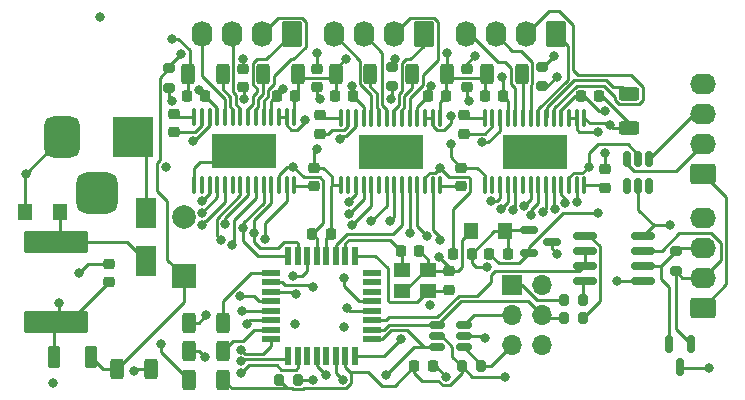
<source format=gbr>
%TF.GenerationSoftware,KiCad,Pcbnew,6.0.11+dfsg-1~bpo11+1*%
%TF.CreationDate,2023-07-10T22:14:43+02:00*%
%TF.ProjectId,motor_board_v3,6d6f746f-725f-4626-9f61-72645f76332e,rev?*%
%TF.SameCoordinates,PX87037a0PY50412a8*%
%TF.FileFunction,Copper,L4,Bot*%
%TF.FilePolarity,Positive*%
%FSLAX46Y46*%
G04 Gerber Fmt 4.6, Leading zero omitted, Abs format (unit mm)*
G04 Created by KiCad (PCBNEW 6.0.11+dfsg-1~bpo11+1) date 2023-07-10 22:14:43*
%MOMM*%
%LPD*%
G01*
G04 APERTURE LIST*
G04 Aperture macros list*
%AMRoundRect*
0 Rectangle with rounded corners*
0 $1 Rounding radius*
0 $2 $3 $4 $5 $6 $7 $8 $9 X,Y pos of 4 corners*
0 Add a 4 corners polygon primitive as box body*
4,1,4,$2,$3,$4,$5,$6,$7,$8,$9,$2,$3,0*
0 Add four circle primitives for the rounded corners*
1,1,$1+$1,$2,$3*
1,1,$1+$1,$4,$5*
1,1,$1+$1,$6,$7*
1,1,$1+$1,$8,$9*
0 Add four rect primitives between the rounded corners*
20,1,$1+$1,$2,$3,$4,$5,0*
20,1,$1+$1,$4,$5,$6,$7,0*
20,1,$1+$1,$6,$7,$8,$9,0*
20,1,$1+$1,$8,$9,$2,$3,0*%
G04 Aperture macros list end*
%TA.AperFunction,ComponentPad*%
%ADD10R,1.700000X1.700000*%
%TD*%
%TA.AperFunction,ComponentPad*%
%ADD11O,1.700000X1.700000*%
%TD*%
%TA.AperFunction,ComponentPad*%
%ADD12RoundRect,0.250000X0.620000X0.845000X-0.620000X0.845000X-0.620000X-0.845000X0.620000X-0.845000X0*%
%TD*%
%TA.AperFunction,ComponentPad*%
%ADD13O,1.740000X2.190000*%
%TD*%
%TA.AperFunction,ComponentPad*%
%ADD14RoundRect,0.250000X0.845000X-0.620000X0.845000X0.620000X-0.845000X0.620000X-0.845000X-0.620000X0*%
%TD*%
%TA.AperFunction,ComponentPad*%
%ADD15O,2.190000X1.740000*%
%TD*%
%TA.AperFunction,ComponentPad*%
%ADD16R,3.500000X3.500000*%
%TD*%
%TA.AperFunction,ComponentPad*%
%ADD17RoundRect,0.750000X-0.750000X-1.000000X0.750000X-1.000000X0.750000X1.000000X-0.750000X1.000000X0*%
%TD*%
%TA.AperFunction,ComponentPad*%
%ADD18RoundRect,0.875000X-0.875000X-0.875000X0.875000X-0.875000X0.875000X0.875000X-0.875000X0.875000X0*%
%TD*%
%TA.AperFunction,ComponentPad*%
%ADD19R,2.000000X2.000000*%
%TD*%
%TA.AperFunction,ComponentPad*%
%ADD20C,2.000000*%
%TD*%
%TA.AperFunction,SMDPad,CuDef*%
%ADD21RoundRect,0.225000X-0.225000X-0.250000X0.225000X-0.250000X0.225000X0.250000X-0.225000X0.250000X0*%
%TD*%
%TA.AperFunction,SMDPad,CuDef*%
%ADD22RoundRect,0.150000X-0.150000X0.587500X-0.150000X-0.587500X0.150000X-0.587500X0.150000X0.587500X0*%
%TD*%
%TA.AperFunction,SMDPad,CuDef*%
%ADD23RoundRect,0.250000X0.312500X0.625000X-0.312500X0.625000X-0.312500X-0.625000X0.312500X-0.625000X0*%
%TD*%
%TA.AperFunction,SMDPad,CuDef*%
%ADD24RoundRect,0.150000X-0.825000X-0.150000X0.825000X-0.150000X0.825000X0.150000X-0.825000X0.150000X0*%
%TD*%
%TA.AperFunction,SMDPad,CuDef*%
%ADD25RoundRect,0.225000X0.250000X-0.225000X0.250000X0.225000X-0.250000X0.225000X-0.250000X-0.225000X0*%
%TD*%
%TA.AperFunction,SMDPad,CuDef*%
%ADD26RoundRect,0.150000X0.512500X0.150000X-0.512500X0.150000X-0.512500X-0.150000X0.512500X-0.150000X0*%
%TD*%
%TA.AperFunction,SMDPad,CuDef*%
%ADD27RoundRect,0.200000X-0.200000X-0.275000X0.200000X-0.275000X0.200000X0.275000X-0.200000X0.275000X0*%
%TD*%
%TA.AperFunction,SMDPad,CuDef*%
%ADD28RoundRect,0.225000X0.225000X0.250000X-0.225000X0.250000X-0.225000X-0.250000X0.225000X-0.250000X0*%
%TD*%
%TA.AperFunction,SMDPad,CuDef*%
%ADD29RoundRect,0.218750X0.218750X0.256250X-0.218750X0.256250X-0.218750X-0.256250X0.218750X-0.256250X0*%
%TD*%
%TA.AperFunction,SMDPad,CuDef*%
%ADD30RoundRect,0.200000X-0.275000X0.200000X-0.275000X-0.200000X0.275000X-0.200000X0.275000X0.200000X0*%
%TD*%
%TA.AperFunction,SMDPad,CuDef*%
%ADD31RoundRect,0.250000X-0.312500X-0.625000X0.312500X-0.625000X0.312500X0.625000X-0.312500X0.625000X0*%
%TD*%
%TA.AperFunction,SMDPad,CuDef*%
%ADD32R,0.550000X1.600000*%
%TD*%
%TA.AperFunction,SMDPad,CuDef*%
%ADD33R,1.600000X0.550000*%
%TD*%
%TA.AperFunction,SMDPad,CuDef*%
%ADD34RoundRect,0.100000X-0.100000X0.637500X-0.100000X-0.637500X0.100000X-0.637500X0.100000X0.637500X0*%
%TD*%
%TA.AperFunction,SMDPad,CuDef*%
%ADD35R,5.400000X2.850000*%
%TD*%
%TA.AperFunction,SMDPad,CuDef*%
%ADD36R,1.800000X2.500000*%
%TD*%
%TA.AperFunction,SMDPad,CuDef*%
%ADD37RoundRect,0.225000X-0.250000X0.225000X-0.250000X-0.225000X0.250000X-0.225000X0.250000X0.225000X0*%
%TD*%
%TA.AperFunction,SMDPad,CuDef*%
%ADD38RoundRect,0.250000X-0.625000X0.312500X-0.625000X-0.312500X0.625000X-0.312500X0.625000X0.312500X0*%
%TD*%
%TA.AperFunction,SMDPad,CuDef*%
%ADD39RoundRect,0.200000X0.275000X-0.200000X0.275000X0.200000X-0.275000X0.200000X-0.275000X-0.200000X0*%
%TD*%
%TA.AperFunction,SMDPad,CuDef*%
%ADD40RoundRect,0.150000X0.150000X-0.512500X0.150000X0.512500X-0.150000X0.512500X-0.150000X-0.512500X0*%
%TD*%
%TA.AperFunction,SMDPad,CuDef*%
%ADD41RoundRect,0.250000X2.475000X-0.712500X2.475000X0.712500X-2.475000X0.712500X-2.475000X-0.712500X0*%
%TD*%
%TA.AperFunction,SMDPad,CuDef*%
%ADD42R,1.400000X1.200000*%
%TD*%
%TA.AperFunction,SMDPad,CuDef*%
%ADD43R,1.300000X1.400000*%
%TD*%
%TA.AperFunction,SMDPad,CuDef*%
%ADD44RoundRect,0.250000X-0.275000X-0.700000X0.275000X-0.700000X0.275000X0.700000X-0.275000X0.700000X0*%
%TD*%
%TA.AperFunction,SMDPad,CuDef*%
%ADD45RoundRect,0.150000X-0.587500X-0.150000X0.587500X-0.150000X0.587500X0.150000X-0.587500X0.150000X0*%
%TD*%
%TA.AperFunction,ViaPad*%
%ADD46C,0.800000*%
%TD*%
%TA.AperFunction,Conductor*%
%ADD47C,0.250000*%
%TD*%
G04 APERTURE END LIST*
D10*
%TO.P,J1,1,MISO*%
%TO.N,/SPI_MISO*%
X32418000Y-19733000D03*
D11*
%TO.P,J1,2,VCC*%
%TO.N,/RAW_5V*%
X34958000Y-19733000D03*
%TO.P,J1,3,SCK*%
%TO.N,/SPI_SCK*%
X32418000Y-22273000D03*
%TO.P,J1,4,MOSI*%
%TO.N,/SPI_MOSI*%
X34958000Y-22273000D03*
%TO.P,J1,5,~{RST}*%
%TO.N,/RST*%
X32418000Y-24813000D03*
%TO.P,J1,6,GND*%
%TO.N,GND*%
X34958000Y-24813000D03*
%TD*%
D12*
%TO.P,J6,1,Pin_1*%
%TO.N,Net-(J6-Pad1)*%
X24925000Y1496000D03*
D13*
%TO.P,J6,2,Pin_2*%
%TO.N,Net-(J6-Pad2)*%
X22385000Y1496000D03*
%TO.P,J6,3,Pin_3*%
%TO.N,Net-(J6-Pad3)*%
X19845000Y1496000D03*
%TO.P,J6,4,Pin_4*%
%TO.N,Net-(J6-Pad4)*%
X17305000Y1496000D03*
%TD*%
D14*
%TO.P,J4,1,Pin_1*%
%TO.N,/RAW_5V*%
X48547000Y-21638000D03*
D15*
%TO.P,J4,2,Pin_2*%
%TO.N,/RS485_B*%
X48547000Y-19098000D03*
%TO.P,J4,3,Pin_3*%
%TO.N,/RS485_A*%
X48547000Y-16558000D03*
%TO.P,J4,4,Pin_4*%
%TO.N,GND*%
X48547000Y-14018000D03*
%TD*%
D14*
%TO.P,J3,1,Pin_1*%
%TO.N,/RAW_5V*%
X48567000Y-10335000D03*
D15*
%TO.P,J3,2,Pin_2*%
%TO.N,/I2C_SDA*%
X48567000Y-7795000D03*
%TO.P,J3,3,Pin_3*%
%TO.N,/I2C_SCL*%
X48567000Y-5255000D03*
%TO.P,J3,4,Pin_4*%
%TO.N,GND*%
X48567000Y-2715000D03*
%TD*%
D12*
%TO.P,J7,1,Pin_1*%
%TO.N,Net-(J7-Pad1)*%
X36101000Y1496000D03*
D13*
%TO.P,J7,2,Pin_2*%
%TO.N,Net-(J7-Pad2)*%
X33561000Y1496000D03*
%TO.P,J7,3,Pin_3*%
%TO.N,Net-(J7-Pad3)*%
X31021000Y1496000D03*
%TO.P,J7,4,Pin_4*%
%TO.N,Net-(J7-Pad4)*%
X28481000Y1496000D03*
%TD*%
D12*
%TO.P,J5,1,Pin_1*%
%TO.N,Net-(J5-Pad1)*%
X13749000Y1496000D03*
D13*
%TO.P,J5,2,Pin_2*%
%TO.N,Net-(J5-Pad2)*%
X11209000Y1496000D03*
%TO.P,J5,3,Pin_3*%
%TO.N,Net-(J5-Pad3)*%
X8669000Y1496000D03*
%TO.P,J5,4,Pin_4*%
%TO.N,Net-(J5-Pad4)*%
X6129000Y1496000D03*
%TD*%
D16*
%TO.P,J2,1,Pin_1*%
%TO.N,Net-(D5-Pad2)*%
X318000Y-7218500D03*
D17*
%TO.P,J2,2,Pin_2*%
%TO.N,GND*%
X-5682000Y-7218500D03*
D18*
%TO.P,J2,3*%
%TO.N,N/C*%
X-2682000Y-11918500D03*
%TD*%
D19*
%TO.P,C30,1*%
%TO.N,+12V*%
X4605000Y-18978155D03*
D20*
%TO.P,C30,2*%
%TO.N,GND*%
X4605000Y-13978155D03*
%TD*%
D21*
%TO.P,C10,1*%
%TO.N,+12V*%
X12531500Y-3731000D03*
%TO.P,C10,2*%
%TO.N,GND*%
X14081500Y-3731000D03*
%TD*%
D22*
%TO.P,D9,1,K*%
%TO.N,/RS485_A*%
X45692000Y-24764500D03*
%TO.P,D9,2,K*%
%TO.N,/RS485_B*%
X47592000Y-24764500D03*
%TO.P,D9,3,A*%
%TO.N,GND*%
X46642000Y-26639500D03*
%TD*%
D23*
%TO.P,R4,1*%
%TO.N,/FAULT_ST*%
X7972500Y-25321000D03*
%TO.P,R4,2*%
%TO.N,Net-(D1-Pad2)*%
X5047500Y-25321000D03*
%TD*%
D24*
%TO.P,U2,1,RO*%
%TO.N,/UART_RXD*%
X38579000Y-19352000D03*
%TO.P,U2,2,~{RE}*%
%TO.N,/RS485_TXE*%
X38579000Y-18082000D03*
%TO.P,U2,3,DE*%
X38579000Y-16812000D03*
%TO.P,U2,4,DI*%
%TO.N,/UART_TXD*%
X38579000Y-15542000D03*
%TO.P,U2,5,GND*%
%TO.N,GND*%
X43529000Y-15542000D03*
%TO.P,U2,6,A*%
%TO.N,/RS485_B*%
X43529000Y-16812000D03*
%TO.P,U2,7,B*%
%TO.N,/RS485_A*%
X43529000Y-18082000D03*
%TO.P,U2,8,VCC*%
%TO.N,+5V*%
X43529000Y-19352000D03*
%TD*%
D23*
%TO.P,R7,1*%
%TO.N,+5V*%
X7972500Y-27734000D03*
%TO.P,R7,2*%
%TO.N,Net-(D3-Pad2)*%
X5047500Y-27734000D03*
%TD*%
D25*
%TO.P,C17,1*%
%TO.N,/XTAL2*%
X27084000Y-20127000D03*
%TO.P,C17,2*%
%TO.N,GND*%
X27084000Y-18577000D03*
%TD*%
D26*
%TO.P,U6,1,IO1*%
%TO.N,/SPI_SCK*%
X28348500Y-23101000D03*
%TO.P,U6,2,VN*%
%TO.N,GND*%
X28348500Y-24051000D03*
%TO.P,U6,3,IO2*%
%TO.N,/RST*%
X28348500Y-25001000D03*
%TO.P,U6,4,IO3*%
%TO.N,/SPI_MISO*%
X26073500Y-25001000D03*
%TO.P,U6,5,VP*%
%TO.N,+5V*%
X26073500Y-24051000D03*
%TO.P,U6,6,IO4*%
%TO.N,/SPI_MOSI*%
X26073500Y-23101000D03*
%TD*%
D27*
%TO.P,R19,1*%
%TO.N,+5V*%
X28164000Y-26591000D03*
%TO.P,R19,2*%
%TO.N,/RST*%
X29814000Y-26591000D03*
%TD*%
D25*
%TO.P,C14,1*%
%TO.N,Net-(C14-Pad1)*%
X15908000Y-2982000D03*
%TO.P,C14,2*%
%TO.N,+12V*%
X15908000Y-1432000D03*
%TD*%
D27*
%TO.P,R3,1*%
%TO.N,/SPI_MISO*%
X36800000Y-21003000D03*
%TO.P,R3,2*%
%TO.N,/UART_RXD*%
X38450000Y-21003000D03*
%TD*%
D28*
%TO.P,C9,1*%
%TO.N,+12V*%
X6461500Y-3731000D03*
%TO.P,C9,2*%
%TO.N,GND*%
X4911500Y-3731000D03*
%TD*%
D29*
%TO.P,FB2,1*%
%TO.N,Net-(C3-Pad1)*%
X29014500Y-17066000D03*
%TO.P,FB2,2*%
%TO.N,+5V*%
X27439500Y-17066000D03*
%TD*%
D30*
%TO.P,R15,1*%
%TO.N,Net-(C20-Pad1)*%
X34958000Y-1255000D03*
%TO.P,R15,2*%
%TO.N,+12V*%
X34958000Y-2905000D03*
%TD*%
D31*
%TO.P,R10,1*%
%TO.N,Net-(R10-Pad1)*%
X11336000Y-1826000D03*
%TO.P,R10,2*%
%TO.N,GND*%
X14261000Y-1826000D03*
%TD*%
D32*
%TO.P,U1,1,PD3*%
%TO.N,/DECAY*%
X13489000Y-17261000D03*
%TO.P,U1,2,PD4*%
%TO.N,/FAULT*%
X14289000Y-17261000D03*
%TO.P,U1,3,PE0*%
%TO.N,/DIR0*%
X15089000Y-17261000D03*
%TO.P,U1,4,VCC*%
%TO.N,+5V*%
X15889000Y-17261000D03*
%TO.P,U1,5,GND*%
%TO.N,GND*%
X16689000Y-17261000D03*
%TO.P,U1,6,PE1*%
%TO.N,/DIR1*%
X17489000Y-17261000D03*
%TO.P,U1,7,XTAL1/PB6*%
%TO.N,/XTAL1*%
X18289000Y-17261000D03*
%TO.P,U1,8,XTAL2/PB7*%
%TO.N,/XTAL2*%
X19089000Y-17261000D03*
D33*
%TO.P,U1,9,PD5*%
%TO.N,unconnected-(U1-Pad9)*%
X20539000Y-18711000D03*
%TO.P,U1,10,PD6*%
%TO.N,unconnected-(U1-Pad10)*%
X20539000Y-19511000D03*
%TO.P,U1,11,PD7*%
%TO.N,unconnected-(U1-Pad11)*%
X20539000Y-20311000D03*
%TO.P,U1,12,PB0*%
%TO.N,/STEP_EN*%
X20539000Y-21111000D03*
%TO.P,U1,13,PB1*%
%TO.N,/STEP0*%
X20539000Y-21911000D03*
%TO.P,U1,14,PB2*%
%TO.N,/RS485_TXE*%
X20539000Y-22711000D03*
%TO.P,U1,15,PB3*%
%TO.N,/SPI_MOSI*%
X20539000Y-23511000D03*
%TO.P,U1,16,PB4*%
%TO.N,/SPI_MISO*%
X20539000Y-24311000D03*
D32*
%TO.P,U1,17,PB5*%
%TO.N,/SPI_SCK*%
X19089000Y-25761000D03*
%TO.P,U1,18,AVCC*%
%TO.N,+5V*%
X18289000Y-25761000D03*
%TO.P,U1,19,PE2*%
%TO.N,/DIR2*%
X17489000Y-25761000D03*
%TO.P,U1,20,AREF*%
%TO.N,unconnected-(U1-Pad20)*%
X16689000Y-25761000D03*
%TO.P,U1,21,GND*%
%TO.N,GND*%
X15889000Y-25761000D03*
%TO.P,U1,22,PE3*%
%TO.N,unconnected-(U1-Pad22)*%
X15089000Y-25761000D03*
%TO.P,U1,23,PC0*%
%TO.N,/MODE0*%
X14289000Y-25761000D03*
%TO.P,U1,24,PC1*%
%TO.N,/MODE1*%
X13489000Y-25761000D03*
D33*
%TO.P,U1,25,PC2*%
%TO.N,/MODE2*%
X12039000Y-24311000D03*
%TO.P,U1,26,PC3*%
%TO.N,/FAULT_ST*%
X12039000Y-23511000D03*
%TO.P,U1,27,PC4*%
%TO.N,/I2C_SDA*%
X12039000Y-22711000D03*
%TO.P,U1,28,PC5*%
%TO.N,/I2C_SCL*%
X12039000Y-21911000D03*
%TO.P,U1,29,~{RESET}/PC6*%
%TO.N,/RST*%
X12039000Y-21111000D03*
%TO.P,U1,30,PD0*%
%TO.N,/STEP1*%
X12039000Y-20311000D03*
%TO.P,U1,31,PD1*%
%TO.N,/STEP2*%
X12039000Y-19511000D03*
%TO.P,U1,32,PD2*%
%TO.N,/STATUS*%
X12039000Y-18711000D03*
%TD*%
D23*
%TO.P,R14,1*%
%TO.N,Net-(R14-Pad1)*%
X20418500Y-1826000D03*
%TO.P,R14,2*%
%TO.N,GND*%
X17493500Y-1826000D03*
%TD*%
D34*
%TO.P,U3,1,CP1*%
%TO.N,Net-(C7-Pad1)*%
X5525500Y-5509000D03*
%TO.P,U3,2,CP2*%
%TO.N,Net-(C7-Pad2)*%
X6175500Y-5509000D03*
%TO.P,U3,3,VCP*%
%TO.N,Net-(C8-Pad1)*%
X6825500Y-5509000D03*
%TO.P,U3,4,VMA*%
%TO.N,+12V*%
X7475500Y-5509000D03*
%TO.P,U3,5,AOUT1*%
%TO.N,Net-(J5-Pad4)*%
X8125500Y-5509000D03*
%TO.P,U3,6,ISENA*%
%TO.N,Net-(R11-Pad1)*%
X8775500Y-5509000D03*
%TO.P,U3,7,AOUT2*%
%TO.N,Net-(J5-Pad3)*%
X9425500Y-5509000D03*
%TO.P,U3,8,BOUT2*%
%TO.N,Net-(J5-Pad1)*%
X10075500Y-5509000D03*
%TO.P,U3,9,ISENB*%
%TO.N,Net-(R10-Pad1)*%
X10725500Y-5509000D03*
%TO.P,U3,10,BOUT1*%
%TO.N,Net-(J5-Pad2)*%
X11375500Y-5509000D03*
%TO.P,U3,11,VMB*%
%TO.N,+12V*%
X12025500Y-5509000D03*
%TO.P,U3,12,AVREF*%
%TO.N,/Stepper module/VREF*%
X12675500Y-5509000D03*
%TO.P,U3,13,BVREF*%
X13325500Y-5509000D03*
%TO.P,U3,14,GND*%
%TO.N,GND*%
X13975500Y-5509000D03*
%TO.P,U3,15,V3P3OUT*%
%TO.N,Net-(C18-Pad1)*%
X13975500Y-11234000D03*
%TO.P,U3,16,nRESET*%
%TO.N,/RST*%
X13325500Y-11234000D03*
%TO.P,U3,17,nSLEEP*%
%TO.N,+5V*%
X12675500Y-11234000D03*
%TO.P,U3,18,nFAULT*%
%TO.N,/FAULT*%
X12025500Y-11234000D03*
%TO.P,U3,19,DECAY*%
%TO.N,/DECAY*%
X11375500Y-11234000D03*
%TO.P,U3,20,DIR*%
%TO.N,/DIR0*%
X10725500Y-11234000D03*
%TO.P,U3,21,nENBL*%
%TO.N,/STEP_EN*%
X10075500Y-11234000D03*
%TO.P,U3,22,STEP*%
%TO.N,/STEP0*%
X9425500Y-11234000D03*
%TO.P,U3,23,NC*%
%TO.N,unconnected-(U3-Pad23)*%
X8775500Y-11234000D03*
%TO.P,U3,24,MODE0*%
%TO.N,/MODE0*%
X8125500Y-11234000D03*
%TO.P,U3,25,MODE1*%
%TO.N,/MODE1*%
X7475500Y-11234000D03*
%TO.P,U3,26,MODE2*%
%TO.N,/MODE2*%
X6825500Y-11234000D03*
%TO.P,U3,27,nHOME*%
%TO.N,unconnected-(U3-Pad27)*%
X6175500Y-11234000D03*
%TO.P,U3,28,GND*%
%TO.N,GND*%
X5525500Y-11234000D03*
D35*
%TO.P,U3,29,PAD*%
X9750500Y-8371500D03*
%TD*%
D36*
%TO.P,D5,1,K*%
%TO.N,Net-(D5-Pad1)*%
X1430000Y-17669000D03*
%TO.P,D5,2,A*%
%TO.N,Net-(D5-Pad2)*%
X1430000Y-13669000D03*
%TD*%
D21*
%TO.P,C22,1*%
%TO.N,+12V*%
X38247000Y-3731000D03*
%TO.P,C22,2*%
%TO.N,GND*%
X39797000Y-3731000D03*
%TD*%
D28*
%TO.P,C15,1*%
%TO.N,+12V*%
X18969000Y-3731000D03*
%TO.P,C15,2*%
%TO.N,GND*%
X17419000Y-3731000D03*
%TD*%
D37*
%TO.P,C7,1*%
%TO.N,Net-(C7-Pad1)*%
X3781500Y-5242000D03*
%TO.P,C7,2*%
%TO.N,Net-(C7-Pad2)*%
X3781500Y-6792000D03*
%TD*%
D25*
%TO.P,C18,1*%
%TO.N,Net-(C18-Pad1)*%
X15654000Y-11364000D03*
%TO.P,C18,2*%
%TO.N,GND*%
X15654000Y-9814000D03*
%TD*%
D38*
%TO.P,R16,1*%
%TO.N,Net-(R16-Pad1)*%
X42324000Y-3538500D03*
%TO.P,R16,2*%
%TO.N,GND*%
X42324000Y-6463500D03*
%TD*%
D25*
%TO.P,C24,1*%
%TO.N,Net-(C24-Pad1)*%
X28100000Y-11364000D03*
%TO.P,C24,2*%
%TO.N,GND*%
X28100000Y-9814000D03*
%TD*%
D21*
%TO.P,C11,1*%
%TO.N,/XTAL1*%
X23007000Y-16812000D03*
%TO.P,C11,2*%
%TO.N,GND*%
X24557000Y-16812000D03*
%TD*%
D28*
%TO.P,C21,1*%
%TO.N,+12V*%
X31669000Y-3731000D03*
%TO.P,C21,2*%
%TO.N,GND*%
X30119000Y-3731000D03*
%TD*%
D34*
%TO.P,U5,1,CP1*%
%TO.N,Net-(C19-Pad1)*%
X30098000Y-5567500D03*
%TO.P,U5,2,CP2*%
%TO.N,Net-(C19-Pad2)*%
X30748000Y-5567500D03*
%TO.P,U5,3,VCP*%
%TO.N,Net-(C20-Pad1)*%
X31398000Y-5567500D03*
%TO.P,U5,4,VMA*%
%TO.N,+12V*%
X32048000Y-5567500D03*
%TO.P,U5,5,AOUT1*%
%TO.N,Net-(J7-Pad4)*%
X32698000Y-5567500D03*
%TO.P,U5,6,ISENA*%
%TO.N,Net-(R17-Pad1)*%
X33348000Y-5567500D03*
%TO.P,U5,7,AOUT2*%
%TO.N,Net-(J7-Pad3)*%
X33998000Y-5567500D03*
%TO.P,U5,8,BOUT2*%
%TO.N,Net-(J7-Pad1)*%
X34648000Y-5567500D03*
%TO.P,U5,9,ISENB*%
%TO.N,Net-(R16-Pad1)*%
X35298000Y-5567500D03*
%TO.P,U5,10,BOUT1*%
%TO.N,Net-(J7-Pad2)*%
X35948000Y-5567500D03*
%TO.P,U5,11,VMB*%
%TO.N,+12V*%
X36598000Y-5567500D03*
%TO.P,U5,12,AVREF*%
%TO.N,/Stepper module/VREF*%
X37248000Y-5567500D03*
%TO.P,U5,13,BVREF*%
X37898000Y-5567500D03*
%TO.P,U5,14,GND*%
%TO.N,GND*%
X38548000Y-5567500D03*
%TO.P,U5,15,V3P3OUT*%
%TO.N,Net-(C12-Pad1)*%
X38548000Y-11292500D03*
%TO.P,U5,16,nRESET*%
%TO.N,/RST*%
X37898000Y-11292500D03*
%TO.P,U5,17,nSLEEP*%
%TO.N,+5V*%
X37248000Y-11292500D03*
%TO.P,U5,18,nFAULT*%
%TO.N,/FAULT*%
X36598000Y-11292500D03*
%TO.P,U5,19,DECAY*%
%TO.N,/DECAY*%
X35948000Y-11292500D03*
%TO.P,U5,20,DIR*%
%TO.N,/DIR2*%
X35298000Y-11292500D03*
%TO.P,U5,21,nENBL*%
%TO.N,/STEP_EN*%
X34648000Y-11292500D03*
%TO.P,U5,22,STEP*%
%TO.N,/STEP2*%
X33998000Y-11292500D03*
%TO.P,U5,23,NC*%
%TO.N,unconnected-(U5-Pad23)*%
X33348000Y-11292500D03*
%TO.P,U5,24,MODE0*%
%TO.N,/MODE0*%
X32698000Y-11292500D03*
%TO.P,U5,25,MODE1*%
%TO.N,/MODE1*%
X32048000Y-11292500D03*
%TO.P,U5,26,MODE2*%
%TO.N,/MODE2*%
X31398000Y-11292500D03*
%TO.P,U5,27,nHOME*%
%TO.N,unconnected-(U5-Pad27)*%
X30748000Y-11292500D03*
%TO.P,U5,28,GND*%
%TO.N,GND*%
X30098000Y-11292500D03*
D35*
%TO.P,U5,29,PAD*%
X34323000Y-8430000D03*
%TD*%
D21*
%TO.P,C2,1*%
%TO.N,+5V*%
X24150000Y-26591000D03*
%TO.P,C2,2*%
%TO.N,GND*%
X25700000Y-26591000D03*
%TD*%
D39*
%TO.P,R9,1*%
%TO.N,Net-(C8-Pad1)*%
X3400500Y-3032000D03*
%TO.P,R9,2*%
%TO.N,+12V*%
X3400500Y-1382000D03*
%TD*%
D21*
%TO.P,C16,1*%
%TO.N,+12V*%
X25293000Y-3731000D03*
%TO.P,C16,2*%
%TO.N,GND*%
X26843000Y-3731000D03*
%TD*%
D25*
%TO.P,C20,1*%
%TO.N,Net-(C20-Pad1)*%
X28608000Y-2982000D03*
%TO.P,C20,2*%
%TO.N,+12V*%
X28608000Y-1432000D03*
%TD*%
D27*
%TO.P,R2,1*%
%TO.N,/SPI_MOSI*%
X36800000Y-22527000D03*
%TO.P,R2,2*%
%TO.N,/UART_TXD*%
X38450000Y-22527000D03*
%TD*%
D40*
%TO.P,U8,1,IO1*%
%TO.N,unconnected-(U8-Pad1)*%
X44036000Y-11345500D03*
%TO.P,U8,2,VN*%
%TO.N,GND*%
X43086000Y-11345500D03*
%TO.P,U8,3,IO2*%
%TO.N,unconnected-(U8-Pad3)*%
X42136000Y-11345500D03*
%TO.P,U8,4,IO3*%
%TO.N,/I2C_SDA*%
X42136000Y-9070500D03*
%TO.P,U8,5,VP*%
%TO.N,+5V*%
X43086000Y-9070500D03*
%TO.P,U8,6,IO4*%
%TO.N,/I2C_SCL*%
X44036000Y-9070500D03*
%TD*%
D41*
%TO.P,F1,1*%
%TO.N,Net-(C5-Pad1)*%
X-6190000Y-22866500D03*
%TO.P,F1,2*%
%TO.N,Net-(D5-Pad1)*%
X-6190000Y-16091500D03*
%TD*%
D30*
%TO.P,R5,1*%
%TO.N,/RS485_A*%
X46261000Y-16876000D03*
%TO.P,R5,2*%
%TO.N,/RS485_B*%
X46261000Y-18526000D03*
%TD*%
D23*
%TO.P,R6,1*%
%TO.N,/STATUS*%
X7972500Y-22908000D03*
%TO.P,R6,2*%
%TO.N,Net-(D2-Pad2)*%
X5047500Y-22908000D03*
%TD*%
D42*
%TO.P,Y1,1,1*%
%TO.N,/XTAL1*%
X23063000Y-18502000D03*
%TO.P,Y1,2,2*%
%TO.N,GND*%
X25263000Y-18502000D03*
%TO.P,Y1,3,3*%
%TO.N,/XTAL2*%
X25263000Y-20202000D03*
%TO.P,Y1,4,4*%
%TO.N,GND*%
X23063000Y-20202000D03*
%TD*%
D43*
%TO.P,D7,1,A1*%
%TO.N,Net-(C3-Pad1)*%
X31836000Y-15161000D03*
%TO.P,D7,2,A2*%
%TO.N,GND*%
X28936000Y-15161000D03*
%TD*%
D31*
%TO.P,R13,1*%
%TO.N,Net-(R13-Pad1)*%
X23970500Y-1826000D03*
%TO.P,R13,2*%
%TO.N,GND*%
X26895500Y-1826000D03*
%TD*%
D25*
%TO.P,C12,1*%
%TO.N,Net-(C12-Pad1)*%
X40292000Y-11491000D03*
%TO.P,C12,2*%
%TO.N,GND*%
X40292000Y-9941000D03*
%TD*%
D21*
%TO.P,C1,1*%
%TO.N,+5V*%
X15514000Y-15415000D03*
%TO.P,C1,2*%
%TO.N,GND*%
X17064000Y-15415000D03*
%TD*%
D27*
%TO.P,R18,1*%
%TO.N,+5V*%
X12670000Y-27734000D03*
%TO.P,R18,2*%
%TO.N,Net-(R18-Pad2)*%
X14320000Y-27734000D03*
%TD*%
D44*
%TO.P,FB1,1*%
%TO.N,Net-(C5-Pad1)*%
X-6368000Y-25829000D03*
%TO.P,FB1,2*%
%TO.N,+12V*%
X-3218000Y-25829000D03*
%TD*%
D37*
%TO.P,C8,1*%
%TO.N,Net-(C8-Pad1)*%
X9623500Y-1432000D03*
%TO.P,C8,2*%
%TO.N,+12V*%
X9623500Y-2982000D03*
%TD*%
D30*
%TO.P,R12,1*%
%TO.N,Net-(C14-Pad1)*%
X22258000Y-1255000D03*
%TO.P,R12,2*%
%TO.N,+12V*%
X22258000Y-2905000D03*
%TD*%
D45*
%TO.P,Q1,1,G*%
%TO.N,GND*%
X33893500Y-17000000D03*
%TO.P,Q1,2,S*%
%TO.N,Net-(C3-Pad1)*%
X33893500Y-15100000D03*
%TO.P,Q1,3,D*%
%TO.N,/RAW_5V*%
X35768500Y-16050000D03*
%TD*%
D37*
%TO.P,C19,1*%
%TO.N,Net-(C19-Pad1)*%
X28354000Y-5369000D03*
%TO.P,C19,2*%
%TO.N,Net-(C19-Pad2)*%
X28354000Y-6919000D03*
%TD*%
D23*
%TO.P,R17,1*%
%TO.N,Net-(R17-Pad1)*%
X33245500Y-1826000D03*
%TO.P,R17,2*%
%TO.N,GND*%
X30320500Y-1826000D03*
%TD*%
D37*
%TO.P,C13,1*%
%TO.N,Net-(C13-Pad1)*%
X16162000Y-5369000D03*
%TO.P,C13,2*%
%TO.N,Net-(C13-Pad2)*%
X16162000Y-6919000D03*
%TD*%
D31*
%TO.P,R1,1*%
%TO.N,+12V*%
X-1048500Y-26845000D03*
%TO.P,R1,2*%
%TO.N,Net-(D8-Pad2)*%
X1876500Y-26845000D03*
%TD*%
D28*
%TO.P,C4,1*%
%TO.N,Net-(C3-Pad1)*%
X32050000Y-17066000D03*
%TO.P,C4,2*%
%TO.N,GND*%
X30500000Y-17066000D03*
%TD*%
D23*
%TO.P,R11,1*%
%TO.N,Net-(R11-Pad1)*%
X7911000Y-1826000D03*
%TO.P,R11,2*%
%TO.N,GND*%
X4986000Y-1826000D03*
%TD*%
D25*
%TO.P,C6,1*%
%TO.N,Net-(C5-Pad1)*%
X-1745000Y-19492000D03*
%TO.P,C6,2*%
%TO.N,GND*%
X-1745000Y-17942000D03*
%TD*%
D34*
%TO.P,U4,1,CP1*%
%TO.N,Net-(C13-Pad1)*%
X17906000Y-5567500D03*
%TO.P,U4,2,CP2*%
%TO.N,Net-(C13-Pad2)*%
X18556000Y-5567500D03*
%TO.P,U4,3,VCP*%
%TO.N,Net-(C14-Pad1)*%
X19206000Y-5567500D03*
%TO.P,U4,4,VMA*%
%TO.N,+12V*%
X19856000Y-5567500D03*
%TO.P,U4,5,AOUT1*%
%TO.N,Net-(J6-Pad4)*%
X20506000Y-5567500D03*
%TO.P,U4,6,ISENA*%
%TO.N,Net-(R14-Pad1)*%
X21156000Y-5567500D03*
%TO.P,U4,7,AOUT2*%
%TO.N,Net-(J6-Pad3)*%
X21806000Y-5567500D03*
%TO.P,U4,8,BOUT2*%
%TO.N,Net-(J6-Pad1)*%
X22456000Y-5567500D03*
%TO.P,U4,9,ISENB*%
%TO.N,Net-(R13-Pad1)*%
X23106000Y-5567500D03*
%TO.P,U4,10,BOUT1*%
%TO.N,Net-(J6-Pad2)*%
X23756000Y-5567500D03*
%TO.P,U4,11,VMB*%
%TO.N,+12V*%
X24406000Y-5567500D03*
%TO.P,U4,12,AVREF*%
%TO.N,/Stepper module/VREF*%
X25056000Y-5567500D03*
%TO.P,U4,13,BVREF*%
X25706000Y-5567500D03*
%TO.P,U4,14,GND*%
%TO.N,GND*%
X26356000Y-5567500D03*
%TO.P,U4,15,V3P3OUT*%
%TO.N,Net-(C24-Pad1)*%
X26356000Y-11292500D03*
%TO.P,U4,16,nRESET*%
%TO.N,/RST*%
X25706000Y-11292500D03*
%TO.P,U4,17,nSLEEP*%
%TO.N,+5V*%
X25056000Y-11292500D03*
%TO.P,U4,18,nFAULT*%
%TO.N,/FAULT*%
X24406000Y-11292500D03*
%TO.P,U4,19,DECAY*%
%TO.N,/DECAY*%
X23756000Y-11292500D03*
%TO.P,U4,20,DIR*%
%TO.N,/DIR1*%
X23106000Y-11292500D03*
%TO.P,U4,21,nENBL*%
%TO.N,/STEP_EN*%
X22456000Y-11292500D03*
%TO.P,U4,22,STEP*%
%TO.N,/STEP1*%
X21806000Y-11292500D03*
%TO.P,U4,23,NC*%
%TO.N,unconnected-(U4-Pad23)*%
X21156000Y-11292500D03*
%TO.P,U4,24,MODE0*%
%TO.N,/MODE0*%
X20506000Y-11292500D03*
%TO.P,U4,25,MODE1*%
%TO.N,/MODE1*%
X19856000Y-11292500D03*
%TO.P,U4,26,MODE2*%
%TO.N,/MODE2*%
X19206000Y-11292500D03*
%TO.P,U4,27,nHOME*%
%TO.N,unconnected-(U4-Pad27)*%
X18556000Y-11292500D03*
%TO.P,U4,28,GND*%
%TO.N,GND*%
X17906000Y-11292500D03*
D35*
%TO.P,U4,29,PAD*%
X22131000Y-8430000D03*
%TD*%
D43*
%TO.P,D6,1,A1*%
%TO.N,Net-(D5-Pad1)*%
X-5883000Y-13510000D03*
%TO.P,D6,2,A2*%
%TO.N,GND*%
X-8783000Y-13510000D03*
%TD*%
D46*
%TO.N,GND*%
X21623000Y-8557000D03*
X8415000Y-7541000D03*
X49055000Y-26718000D03*
X36482000Y-9319000D03*
X35593000Y-7541000D03*
X21623000Y-7668000D03*
X21623000Y-9446000D03*
X11971000Y-7541000D03*
X32926000Y-8430000D03*
X32926000Y-7541000D03*
X-2507000Y3000000D03*
X30132000Y-24178000D03*
X11971000Y-9319000D03*
X8415000Y-8430000D03*
X34704000Y-7541000D03*
X22512000Y-9446000D03*
X26893500Y-111500D03*
X7526000Y-9319000D03*
X-4285000Y-18717000D03*
X10193000Y-7541000D03*
X32926000Y-9319000D03*
X11082000Y-7541000D03*
X11971000Y-8430000D03*
X20734000Y-8557000D03*
X8415000Y-9319000D03*
X27211000Y-7795000D03*
X40292000Y-8557000D03*
X24290000Y-8557000D03*
X3589000Y1095000D03*
X9304000Y-8430000D03*
X11082000Y-8430000D03*
X36482000Y-7541000D03*
X26195000Y-17320000D03*
X33815000Y-8430000D03*
X35593000Y-8430000D03*
X11082000Y-9319000D03*
X45773500Y-14673500D03*
X35593000Y-9319000D03*
X22512000Y-7668000D03*
X22512000Y-8557000D03*
X7526000Y-7541000D03*
X19845000Y-8557000D03*
X36482000Y-8430000D03*
X15908000Y-8176000D03*
X34704000Y-8430000D03*
X25496500Y-21447500D03*
X-6444000Y-27988000D03*
X9304000Y-7541000D03*
X20734000Y-9446000D03*
X9304000Y-9319000D03*
X7526000Y-8430000D03*
X34704000Y-9319000D03*
X20734000Y-7668000D03*
X10193000Y-8430000D03*
X33815000Y-7541000D03*
X19845000Y-7668000D03*
X32037000Y-9319000D03*
X33815000Y-9319000D03*
X23401000Y-7668000D03*
X19845000Y-9446000D03*
X39657000Y-13637000D03*
X16670000Y-27353000D03*
X40736500Y-6207500D03*
X18321000Y-556000D03*
X24290000Y-7668000D03*
X24290000Y-9446000D03*
X23401000Y-8557000D03*
X32037000Y-8430000D03*
X10193000Y-9319000D03*
X26830000Y-27480000D03*
X32037000Y-7541000D03*
X23401000Y-9446000D03*
X-8764250Y-10300750D03*
%TO.N,+5V*%
X38895000Y-9700000D03*
X31783000Y-27480000D03*
X26322000Y-9827000D03*
X41308000Y-19352000D03*
X13876000Y-9700000D03*
%TO.N,+12V*%
X18836118Y-2894209D03*
X40292000Y-5001000D03*
X13052500Y-3096000D03*
X31529000Y-2080000D03*
X29243000Y-302000D03*
X9751000Y-3985000D03*
X25580900Y-2843392D03*
X4416500Y-175000D03*
X15908000Y-48000D03*
X22131000Y-3985000D03*
X5906950Y-3187387D03*
X36228000Y-2080000D03*
%TO.N,Net-(C8-Pad1)*%
X9623500Y-574000D03*
X5367000Y-7516500D03*
X3654500Y-4112000D03*
%TO.N,Net-(C14-Pad1)*%
X17813000Y-7354500D03*
X16162000Y-3985000D03*
X22470073Y-576535D03*
%TO.N,Net-(C20-Pad1)*%
X35974000Y-302000D03*
X28735000Y-4112000D03*
X29878000Y-7643500D03*
%TO.N,Net-(D1-Pad2)*%
X6383000Y-25829000D03*
%TO.N,Net-(D2-Pad2)*%
X6510000Y-22273000D03*
%TO.N,Net-(D3-Pad2)*%
X2700000Y-24686000D03*
%TO.N,/SPI_MISO*%
X21750000Y-27353000D03*
%TO.N,Net-(C3-Pad1)*%
X30259000Y-18209000D03*
%TO.N,Net-(C5-Pad1)*%
X-5936000Y-21257000D03*
%TO.N,/RST*%
X11463000Y-15860299D03*
X9357000Y-20696000D03*
X37881848Y-12734146D03*
X26322000Y-15923000D03*
%TO.N,/I2C_SDA*%
X9939000Y-23035000D03*
%TO.N,/I2C_SCL*%
X9543201Y-21906799D03*
%TO.N,Net-(R18-Pad2)*%
X15527000Y-27734000D03*
X18194000Y-23289000D03*
%TO.N,/Stepper module/VREF*%
X14003000Y-23035000D03*
X3081000Y-9700000D03*
X14892000Y-5763000D03*
X39657000Y-6741500D03*
X27211000Y-5382000D03*
%TO.N,/MODE0*%
X32462524Y-13411500D03*
X9431000Y-27193006D03*
X18838473Y-14687665D03*
X6181568Y-14619240D03*
%TO.N,/MODE1*%
X18575000Y-13723514D03*
X9431000Y-26193503D03*
X31472695Y-13272780D03*
X6163863Y-13619894D03*
%TO.N,Net-(D8-Pad2)*%
X414000Y-26972000D03*
%TO.N,/DECAY*%
X9655313Y-14894277D03*
X36022500Y-13295102D03*
X23819779Y-15309722D03*
%TO.N,/STEP0*%
X7750313Y-15910277D03*
X18448000Y-21638000D03*
%TO.N,/FAULT*%
X36883796Y-12787979D03*
X10574000Y-15288000D03*
X25179000Y-15542000D03*
%TO.N,/MODE2*%
X30635197Y-12629383D03*
X9431000Y-25194000D03*
X18575000Y-12724011D03*
X6129000Y-12621000D03*
%TO.N,/DIR0*%
X8669000Y-16304000D03*
X13876000Y-18971000D03*
%TO.N,/DIR2*%
X18067000Y-27734000D03*
X35021500Y-13573500D03*
%TO.N,/STEP_EN*%
X8123500Y-14526000D03*
X34046192Y-13792080D03*
X22067500Y-14348511D03*
X18194000Y-19098000D03*
%TO.N,/STEP1*%
X20480000Y-14348511D03*
X14130000Y-20495000D03*
%TO.N,/STEP2*%
X15531299Y-19864299D03*
X33434000Y-13002000D03*
%TO.N,/RAW_5V*%
X36228000Y-17066000D03*
%TO.N,/SPI_SCK*%
X23020000Y-24305000D03*
%TD*%
D47*
%TO.N,/XTAL1*%
X22118000Y-15923000D02*
X23007000Y-16812000D01*
X18289000Y-17261000D02*
X18289000Y-16211000D01*
X18289000Y-16211000D02*
X18577000Y-15923000D01*
X18577000Y-15923000D02*
X22118000Y-15923000D01*
X23063000Y-18502000D02*
X23063000Y-16868000D01*
%TO.N,GND*%
X31300000Y-17866000D02*
X30500000Y-17066000D01*
X33893500Y-17000000D02*
X33027500Y-17866000D01*
X30119000Y-3731000D02*
X30119000Y-2027500D01*
X26895500Y-113500D02*
X26893500Y-111500D01*
X27211000Y-8925000D02*
X28100000Y-9814000D01*
X17132500Y-11292500D02*
X17132500Y-10543500D01*
X17112500Y-2207000D02*
X14642000Y-2207000D01*
X-8764250Y-10300750D02*
X-5682000Y-7218500D01*
X43086000Y-13362000D02*
X44397500Y-14673500D01*
X25013000Y-18502000D02*
X23313000Y-20202000D01*
X-8783000Y-10319500D02*
X-8764250Y-10300750D01*
X29484000Y-9814000D02*
X28100000Y-9814000D01*
X13975500Y-5509000D02*
X13975500Y-3837000D01*
X28936000Y-15161000D02*
X28202000Y-15895000D01*
X17493500Y-1826000D02*
X17493500Y-3656500D01*
X17906000Y-11292500D02*
X17132500Y-11292500D01*
X15654000Y-9814000D02*
X15654000Y-8430000D01*
X-1745000Y-17942000D02*
X-3510000Y-17942000D01*
X28202000Y-15895000D02*
X28202000Y-18234000D01*
X26895500Y-1826000D02*
X26895500Y-113500D01*
X25941000Y-26591000D02*
X26830000Y-27480000D01*
X26843000Y-3731000D02*
X26843000Y-1878500D01*
X5141500Y125305D02*
X4171805Y1095000D01*
X38997500Y-6017000D02*
X40546000Y-6017000D01*
X15654000Y-8430000D02*
X15908000Y-8176000D01*
X25263000Y-18502000D02*
X25263000Y-17518000D01*
X4986000Y-1826000D02*
X4986000Y-3656500D01*
X17493500Y-1383500D02*
X18321000Y-556000D01*
X33027500Y-17866000D02*
X31300000Y-17866000D01*
X17064000Y-15415000D02*
X17064000Y-11361000D01*
X14261000Y-1826000D02*
X14261000Y-3551500D01*
X16689000Y-15790000D02*
X17064000Y-15415000D01*
X-8783000Y-13510000D02*
X-8783000Y-10319500D01*
X44397500Y-14673500D02*
X43529000Y-15542000D01*
X30098000Y-10428000D02*
X29484000Y-9814000D01*
X27211000Y-7795000D02*
X27211000Y-8925000D01*
X7526000Y-9319000D02*
X6002000Y-9319000D01*
X4171805Y1095000D02*
X3589000Y1095000D01*
X42324000Y-6463500D02*
X42324000Y-6007695D01*
X27084000Y-18577000D02*
X27084000Y-18209000D01*
X28348500Y-24051000D02*
X30005000Y-24051000D01*
X30005000Y-24051000D02*
X30132000Y-24178000D01*
X30098000Y-11292500D02*
X30098000Y-10428000D01*
X16689000Y-17261000D02*
X16689000Y-15790000D01*
X5141500Y-1670500D02*
X5141500Y125305D01*
X40736500Y-6207500D02*
X40546000Y-6017000D01*
X27084000Y-18209000D02*
X26195000Y-17320000D01*
X29939500Y-2207000D02*
X27276500Y-2207000D01*
X27859000Y-18577000D02*
X27084000Y-18577000D01*
X45773500Y-14673500D02*
X44397500Y-14673500D01*
X6002000Y-9319000D02*
X5525500Y-9795500D01*
X28202000Y-18234000D02*
X27859000Y-18577000D01*
X40992500Y-6463500D02*
X40736500Y-6207500D01*
X26356000Y-4218000D02*
X26843000Y-3731000D01*
X-3510000Y-17942000D02*
X-4285000Y-18717000D01*
X43086000Y-11345500D02*
X43086000Y-13362000D01*
X27084000Y-18577000D02*
X25338000Y-18577000D01*
X46720500Y-26718000D02*
X49055000Y-26718000D01*
X5525500Y-9795500D02*
X5525500Y-11234000D01*
X42324000Y-6463500D02*
X40992500Y-6463500D01*
X38548000Y-5567500D02*
X38997500Y-6017000D01*
X25263000Y-17518000D02*
X24557000Y-16812000D01*
X33893500Y-16515749D02*
X36772249Y-13637000D01*
X36772249Y-13637000D02*
X39657000Y-13637000D01*
X40292000Y-9941000D02*
X40292000Y-8557000D01*
X42324000Y-6007695D02*
X40047305Y-3731000D01*
X17064000Y-11361000D02*
X17132500Y-11292500D01*
X33893500Y-17000000D02*
X33893500Y-16515749D01*
X17132500Y-10543500D02*
X16403000Y-9814000D01*
X16670000Y-27353000D02*
X15889000Y-26572000D01*
X15889000Y-26572000D02*
X15889000Y-25761000D01*
X26356000Y-5567500D02*
X26356000Y-4218000D01*
X16403000Y-9814000D02*
X15654000Y-9814000D01*
%TO.N,/XTAL2*%
X20814000Y-17261000D02*
X21877000Y-18324000D01*
X21877000Y-18324000D02*
X21877000Y-20966000D01*
X22041000Y-21130000D02*
X24335000Y-21130000D01*
X21877000Y-20966000D02*
X22041000Y-21130000D01*
X24335000Y-21130000D02*
X25263000Y-20202000D01*
X19089000Y-17261000D02*
X20814000Y-17261000D01*
X25263000Y-20202000D02*
X27009000Y-20202000D01*
%TO.N,+5V*%
X28900000Y-11816817D02*
X28900000Y-10753999D01*
X37248000Y-10603959D02*
X37248000Y-11292500D01*
X18792000Y-28034305D02*
X18792000Y-27189000D01*
X18702000Y-27099000D02*
X18489000Y-26886000D01*
X29053000Y-27480000D02*
X31783000Y-27480000D01*
X28164000Y-26591000D02*
X29053000Y-27480000D01*
X8697500Y-28459000D02*
X13827538Y-28459000D01*
X27361000Y-24954249D02*
X27361000Y-25788000D01*
X16454000Y-14475000D02*
X16454000Y-10911183D01*
X25919000Y-10230000D02*
X26322000Y-9827000D01*
X13395000Y-28459000D02*
X12670000Y-27734000D01*
X25056000Y-10603959D02*
X25429959Y-10230000D01*
X15889000Y-17261000D02*
X15889000Y-15790000D01*
X37621959Y-10230000D02*
X37248000Y-10603959D01*
X12675500Y-10392500D02*
X13368000Y-9700000D01*
X39657000Y-7795000D02*
X42194751Y-7795000D01*
X26185695Y-27861000D02*
X24798000Y-27861000D01*
X20226000Y-27099000D02*
X18702000Y-27099000D01*
X28164000Y-27162000D02*
X27555000Y-27771000D01*
X18289000Y-26686000D02*
X18289000Y-25761000D01*
X13827538Y-28459000D02*
X13902538Y-28534000D01*
X27361000Y-25788000D02*
X28164000Y-26591000D01*
X43529000Y-19352000D02*
X41308000Y-19352000D01*
X38365000Y-10230000D02*
X37621959Y-10230000D01*
X12675500Y-11234000D02*
X12675500Y-10392500D01*
X27439500Y-17066000D02*
X27439500Y-13277317D01*
X14765000Y-10589000D02*
X13876000Y-9700000D01*
X27084000Y-10589000D02*
X26322000Y-9827000D01*
X24150000Y-26591000D02*
X22499000Y-28242000D01*
X24150000Y-27213000D02*
X24150000Y-26591000D01*
X26457751Y-24051000D02*
X27361000Y-24954249D01*
X27130305Y-28205000D02*
X26529695Y-28205000D01*
X14737462Y-28534000D02*
X14812462Y-28459000D01*
X7972500Y-27734000D02*
X8697500Y-28459000D01*
X16131817Y-10589000D02*
X14765000Y-10589000D01*
X21369000Y-28242000D02*
X20226000Y-27099000D01*
X38895000Y-9700000D02*
X38365000Y-10230000D01*
X38895000Y-8557000D02*
X39657000Y-7795000D01*
X22499000Y-28242000D02*
X21369000Y-28242000D01*
X27555000Y-27780305D02*
X27130305Y-28205000D01*
X28900000Y-10753999D02*
X28735001Y-10589000D01*
X25056000Y-11292500D02*
X25056000Y-10603959D01*
X27439500Y-13277317D02*
X28900000Y-11816817D01*
X28735001Y-10589000D02*
X27084000Y-10589000D01*
X26529695Y-28205000D02*
X26185695Y-27861000D01*
X18367305Y-28459000D02*
X18792000Y-28034305D01*
X42194751Y-7795000D02*
X43086000Y-8686249D01*
X15514000Y-15415000D02*
X16454000Y-14475000D01*
X38895000Y-9700000D02*
X38895000Y-8557000D01*
X14812462Y-28459000D02*
X18367305Y-28459000D01*
X24798000Y-27861000D02*
X24150000Y-27213000D01*
X15889000Y-15790000D02*
X15514000Y-15415000D01*
X16454000Y-10911183D02*
X16131817Y-10589000D01*
X13902538Y-28534000D02*
X14737462Y-28534000D01*
X18489000Y-26886000D02*
X18289000Y-26686000D01*
X25429959Y-10230000D02*
X25919000Y-10230000D01*
X13827538Y-28459000D02*
X13395000Y-28459000D01*
X27555000Y-27771000D02*
X27555000Y-27780305D01*
X28164000Y-26591000D02*
X28164000Y-27162000D01*
X18792000Y-27189000D02*
X18489000Y-26886000D01*
X13368000Y-9700000D02*
X13876000Y-9700000D01*
%TO.N,+12V*%
X25293000Y-3131292D02*
X25293000Y-3731000D01*
X4605000Y-21191500D02*
X4605000Y-18978155D01*
X13052500Y-3210000D02*
X12531500Y-3731000D01*
X31669000Y-3731000D02*
X31669000Y-2220000D01*
X5906950Y-3187387D02*
X5917887Y-3187387D01*
X35403000Y-2905000D02*
X36228000Y-2080000D01*
X3208000Y-12647000D02*
X3208000Y-17581155D01*
X19856000Y-5567500D02*
X19856000Y-4618000D01*
X32048000Y-5567500D02*
X32048000Y-4110000D01*
X9751000Y-3985000D02*
X9751000Y-3109500D01*
X28608000Y-937000D02*
X29243000Y-302000D01*
X2600500Y-9155195D02*
X2356000Y-9399695D01*
X39784000Y-5001000D02*
X40292000Y-5001000D01*
X32048000Y-4110000D02*
X31669000Y-3731000D01*
X18836118Y-2894209D02*
X18969000Y-3027091D01*
X2600500Y-2182000D02*
X2600500Y-9155195D01*
X34958000Y-2905000D02*
X35403000Y-2905000D01*
X24406000Y-4618000D02*
X25293000Y-3731000D01*
X-2202000Y-26845000D02*
X-3218000Y-25829000D01*
X38514000Y-3731000D02*
X39784000Y-5001000D01*
X36598000Y-5567500D02*
X36598000Y-4878959D01*
X12025500Y-4123000D02*
X12025500Y-5509000D01*
X13052500Y-3096000D02*
X12025500Y-4123000D01*
X25580900Y-2843392D02*
X25293000Y-3131292D01*
X7475500Y-4745000D02*
X6461500Y-3731000D01*
X3400500Y-1382000D02*
X2600500Y-2182000D01*
X7475500Y-5509000D02*
X7475500Y-4745000D01*
X24406000Y-5567500D02*
X24406000Y-4618000D01*
X3400500Y-1191000D02*
X4416500Y-175000D01*
X5917887Y-3187387D02*
X6461500Y-3731000D01*
X2356000Y-11795000D02*
X3208000Y-12647000D01*
X18969000Y-3027091D02*
X18969000Y-3731000D01*
X31669000Y-2220000D02*
X31529000Y-2080000D01*
X2356000Y-9399695D02*
X2356000Y-11795000D01*
X22258000Y-3858000D02*
X22131000Y-3985000D01*
X37745959Y-3731000D02*
X38247000Y-3731000D01*
X22258000Y-2905000D02*
X22258000Y-3858000D01*
X36598000Y-4878959D02*
X37745959Y-3731000D01*
X13052500Y-3096000D02*
X13052500Y-3210000D01*
X28608000Y-1432000D02*
X28608000Y-937000D01*
X15908000Y-1432000D02*
X15908000Y-48000D01*
X-1048500Y-26845000D02*
X-2202000Y-26845000D01*
X19856000Y-4618000D02*
X18969000Y-3731000D01*
X-1048500Y-26845000D02*
X4605000Y-21191500D01*
X3208000Y-17581155D02*
X4605000Y-18978155D01*
%TO.N,Net-(C7-Pad1)*%
X5525500Y-5509000D02*
X4048500Y-5509000D01*
%TO.N,Net-(C7-Pad2)*%
X6175500Y-5509000D02*
X6175500Y-6197541D01*
X5581041Y-6792000D02*
X3781500Y-6792000D01*
X6175500Y-6197541D02*
X5581041Y-6792000D01*
%TO.N,Net-(C8-Pad1)*%
X9623500Y-1432000D02*
X9623500Y-574000D01*
X6825500Y-6197541D02*
X6825500Y-5509000D01*
X3400500Y-3858000D02*
X3654500Y-4112000D01*
X5367000Y-7516500D02*
X5506541Y-7516500D01*
X5506541Y-7516500D02*
X6825500Y-6197541D01*
X3400500Y-3032000D02*
X3400500Y-3858000D01*
%TO.N,Net-(C13-Pad1)*%
X17906000Y-5567500D02*
X16360500Y-5567500D01*
%TO.N,Net-(C13-Pad2)*%
X16847500Y-6919000D02*
X17136500Y-6630000D01*
X16162000Y-6919000D02*
X16847500Y-6919000D01*
X17136500Y-6630000D02*
X18182041Y-6630000D01*
X18556000Y-6256041D02*
X18556000Y-5567500D01*
X18182041Y-6630000D02*
X18556000Y-6256041D01*
%TO.N,Net-(C14-Pad1)*%
X17813000Y-7354500D02*
X18087500Y-7080000D01*
X19206000Y-6256041D02*
X19206000Y-5567500D01*
X18087500Y-7080000D02*
X18382041Y-7080000D01*
X15908000Y-3731000D02*
X16162000Y-3985000D01*
X22258000Y-788608D02*
X22258000Y-1255000D01*
X18382041Y-7080000D02*
X19206000Y-6256041D01*
X22470073Y-576535D02*
X22258000Y-788608D01*
X15908000Y-2982000D02*
X15908000Y-3731000D01*
%TO.N,Net-(C19-Pad1)*%
X30098000Y-5567500D02*
X28552500Y-5567500D01*
%TO.N,Net-(C19-Pad2)*%
X30119000Y-6919000D02*
X28354000Y-6919000D01*
X30748000Y-6290000D02*
X30119000Y-6919000D01*
X30748000Y-5567500D02*
X30748000Y-6290000D01*
%TO.N,Net-(C20-Pad1)*%
X29878000Y-7643500D02*
X30410500Y-7643500D01*
X31398000Y-6656000D02*
X31398000Y-5567500D01*
X28608000Y-2982000D02*
X28608000Y-3985000D01*
X28608000Y-3985000D02*
X28735000Y-4112000D01*
X35021000Y-1255000D02*
X35974000Y-302000D01*
X30410500Y-7643500D02*
X31398000Y-6656000D01*
%TO.N,Net-(D1-Pad2)*%
X5047500Y-25321000D02*
X5875000Y-25321000D01*
X5875000Y-25321000D02*
X6383000Y-25829000D01*
%TO.N,Net-(D2-Pad2)*%
X5875000Y-22908000D02*
X6510000Y-22273000D01*
X5047500Y-22908000D02*
X5875000Y-22908000D01*
%TO.N,Net-(D3-Pad2)*%
X2700000Y-25386500D02*
X2700000Y-24686000D01*
X5047500Y-27734000D02*
X2700000Y-25386500D01*
%TO.N,/SPI_MISO*%
X34566299Y-21003000D02*
X33296299Y-19733000D01*
X24102000Y-25001000D02*
X21750000Y-27353000D01*
X33296299Y-19733000D02*
X32418000Y-19733000D01*
X23536000Y-23551000D02*
X24986000Y-25001000D01*
X26073500Y-25001000D02*
X24102000Y-25001000D01*
X20539000Y-24311000D02*
X21425396Y-24311000D01*
X36800000Y-21003000D02*
X34566299Y-21003000D01*
X21425396Y-24311000D02*
X22185396Y-23551000D01*
X24986000Y-25001000D02*
X26073500Y-25001000D01*
X22185396Y-23551000D02*
X23536000Y-23551000D01*
%TO.N,Net-(C3-Pad1)*%
X29370000Y-18209000D02*
X30259000Y-18209000D01*
X31836000Y-15161000D02*
X30919500Y-15161000D01*
X32050000Y-17066000D02*
X32050000Y-15375000D01*
X29014500Y-17853500D02*
X29370000Y-18209000D01*
X29014500Y-17066000D02*
X29014500Y-17853500D01*
X30919500Y-15161000D02*
X29014500Y-17066000D01*
X33893500Y-15100000D02*
X31897000Y-15100000D01*
%TO.N,Net-(C5-Pad1)*%
X-5936000Y-21257000D02*
X-5936000Y-22612500D01*
X-5119500Y-22866500D02*
X-1745000Y-19492000D01*
X-6368000Y-25829000D02*
X-6368000Y-23044500D01*
%TO.N,/RST*%
X11463000Y-15860299D02*
X11463000Y-14450543D01*
X30640000Y-26591000D02*
X29814000Y-26591000D01*
X37881848Y-12734146D02*
X37898000Y-12717994D01*
X37898000Y-12717994D02*
X37898000Y-11292500D01*
X10574000Y-20696000D02*
X9357000Y-20696000D01*
X32418000Y-24813000D02*
X30640000Y-26591000D01*
X25706000Y-15043695D02*
X25706000Y-11292500D01*
X26322000Y-15659695D02*
X25706000Y-15043695D01*
X10989000Y-21111000D02*
X10574000Y-20696000D01*
X26322000Y-15923000D02*
X26322000Y-15659695D01*
X13325500Y-12588043D02*
X13325500Y-11234000D01*
X11463000Y-14450543D02*
X13325500Y-12588043D01*
X29814000Y-26466500D02*
X28348500Y-25001000D01*
X12039000Y-21111000D02*
X10989000Y-21111000D01*
%TO.N,/I2C_SDA*%
X10263000Y-22711000D02*
X9939000Y-23035000D01*
X46304000Y-10058000D02*
X48567000Y-7795000D01*
X10263000Y-22711000D02*
X12039000Y-22711000D01*
X42739249Y-10058000D02*
X46304000Y-10058000D01*
X42136000Y-9454751D02*
X42739249Y-10058000D01*
%TO.N,/I2C_SCL*%
X9543201Y-21906799D02*
X9547402Y-21911000D01*
X9547402Y-21911000D02*
X12039000Y-21911000D01*
X44036000Y-9070500D02*
X47851500Y-5255000D01*
%TO.N,Net-(D5-Pad1)*%
X-5883000Y-15784500D02*
X-5883000Y-13510000D01*
X1430000Y-17669000D02*
X-147500Y-16091500D01*
X-147500Y-16091500D02*
X-6190000Y-16091500D01*
%TO.N,Net-(J5-Pad1)*%
X10448500Y-962827D02*
X10448500Y-2689173D01*
X10075500Y-5509000D02*
X10075500Y-4820459D01*
X10475500Y-4420459D02*
X10475500Y-3763812D01*
X13749000Y1496000D02*
X11627000Y-626000D01*
X10785327Y-626000D02*
X10448500Y-962827D01*
X10856500Y-3097173D02*
X10448500Y-2689173D01*
X11627000Y-626000D02*
X10785327Y-626000D01*
X10856500Y-3382812D02*
X10856500Y-3097173D01*
X10475500Y-3763812D02*
X10856500Y-3382812D01*
X10075500Y-4820459D02*
X10475500Y-4420459D01*
%TO.N,Net-(J5-Pad2)*%
X12290500Y-2719183D02*
X12290500Y-2045827D01*
X11375500Y-5509000D02*
X11375500Y-4136604D01*
X14944000Y2579173D02*
X14607173Y2916000D01*
X11756500Y-3253183D02*
X12290500Y-2719183D01*
X14944000Y412827D02*
X14944000Y2579173D01*
X11375500Y-4136604D02*
X11756500Y-3755604D01*
X12629000Y2916000D02*
X11209000Y1496000D01*
X14607173Y2916000D02*
X12629000Y2916000D01*
X11756500Y-3755604D02*
X11756500Y-3253183D01*
X13905173Y-626000D02*
X14944000Y412827D01*
X12290500Y-2045827D02*
X13710327Y-626000D01*
X13710327Y-626000D02*
X13905173Y-626000D01*
%TO.N,Net-(J5-Pad3)*%
X8798500Y-3412604D02*
X8798500Y1366500D01*
X9425500Y-5509000D02*
X9425500Y-4820459D01*
X9025500Y-3639604D02*
X8798500Y-3412604D01*
X9425500Y-4820459D02*
X9025500Y-4420459D01*
X9025500Y-4420459D02*
X9025500Y-3639604D01*
%TO.N,Net-(J5-Pad4)*%
X8125500Y-5509000D02*
X8125500Y-4012396D01*
X6129000Y-2015896D02*
X6129000Y1496000D01*
X8125500Y-4012396D02*
X6129000Y-2015896D01*
%TO.N,Net-(J6-Pad1)*%
X23419827Y-626000D02*
X23782000Y-626000D01*
X22856000Y-3524462D02*
X23083000Y-3297462D01*
X22456000Y-5567500D02*
X22456000Y-4878959D01*
X23083000Y-3297462D02*
X23083000Y-962827D01*
X23782000Y-626000D02*
X24925000Y517000D01*
X22856000Y-4478959D02*
X22856000Y-3524462D01*
X22456000Y-4878959D02*
X22856000Y-4478959D01*
X23083000Y-962827D02*
X23419827Y-626000D01*
X24925000Y517000D02*
X24925000Y1496000D01*
%TO.N,Net-(J6-Pad2)*%
X23805000Y2916000D02*
X22385000Y1496000D01*
X23756000Y-5567500D02*
X23756000Y-3897254D01*
X25783173Y2916000D02*
X23805000Y2916000D01*
X24858000Y-2795254D02*
X24858000Y-1953000D01*
X26120000Y-691000D02*
X26120000Y2579173D01*
X24858000Y-1953000D02*
X26120000Y-691000D01*
X26120000Y2579173D02*
X25783173Y2916000D01*
X23756000Y-3897254D02*
X24858000Y-2795254D01*
%TO.N,Net-(J6-Pad3)*%
X21406000Y-4478959D02*
X21406000Y-65000D01*
X21406000Y-65000D02*
X19845000Y1496000D01*
X21806000Y-4878959D02*
X21406000Y-4478959D01*
X21806000Y-5567500D02*
X21806000Y-4878959D01*
%TO.N,Net-(J6-Pad4)*%
X20506000Y-5567500D02*
X20506000Y-3664173D01*
X19531000Y-730000D02*
X17305000Y1496000D01*
X19531000Y-2689173D02*
X19531000Y-730000D01*
X20506000Y-3664173D02*
X19531000Y-2689173D01*
%TO.N,Net-(J7-Pad1)*%
X37117000Y-2335391D02*
X37117000Y480000D01*
X37117000Y480000D02*
X36101000Y1496000D01*
X34648000Y-5567500D02*
X34648000Y-4804391D01*
X34648000Y-4804391D02*
X37117000Y-2335391D01*
%TO.N,Net-(J7-Pad2)*%
X35948000Y-4777183D02*
X37877683Y-2847500D01*
X41124000Y-3805183D02*
X41124000Y-4089173D01*
X37567000Y-1499000D02*
X37567000Y2308173D01*
X41460827Y-4426000D02*
X43187173Y-4426000D01*
X43524000Y-2987827D02*
X42483673Y-1947500D01*
X40166317Y-2847500D02*
X41124000Y-3805183D01*
X43187173Y-4426000D02*
X43524000Y-4089173D01*
X43524000Y-4089173D02*
X43524000Y-2987827D01*
X37567000Y2308173D02*
X36367173Y3508000D01*
X42483673Y-1947500D02*
X38015500Y-1947500D01*
X38015500Y-1947500D02*
X37567000Y-1499000D01*
X37877683Y-2847500D02*
X40166317Y-2847500D01*
X36367173Y3508000D02*
X35573000Y3508000D01*
X35948000Y-5567500D02*
X35948000Y-4777183D01*
X41124000Y-4089173D02*
X41460827Y-4426000D01*
X35573000Y3508000D02*
X33561000Y1496000D01*
%TO.N,Net-(J7-Pad3)*%
X33998000Y-2824173D02*
X34133000Y-2689173D01*
X34133000Y-2689173D02*
X34133000Y-874000D01*
X33183000Y76000D02*
X32441000Y76000D01*
X34133000Y-874000D02*
X33183000Y76000D01*
X32441000Y76000D02*
X31021000Y1496000D01*
X33998000Y-5567500D02*
X33998000Y-2824173D01*
%TO.N,Net-(J7-Pad4)*%
X31208000Y-870000D02*
X28842000Y1496000D01*
X32358000Y-1385000D02*
X31843000Y-870000D01*
X32698000Y-3026000D02*
X32694827Y-3026000D01*
X32698000Y-5567500D02*
X32698000Y-3026000D01*
X32694827Y-3026000D02*
X32358000Y-2689173D01*
X32358000Y-2689173D02*
X32358000Y-1385000D01*
X31843000Y-870000D02*
X31208000Y-870000D01*
%TO.N,/UART_TXD*%
X38450000Y-22527000D02*
X39879000Y-21098000D01*
X39879000Y-21098000D02*
X39879000Y-16465249D01*
X39879000Y-16465249D02*
X38955751Y-15542000D01*
%TO.N,/UART_RXD*%
X38450000Y-21003000D02*
X38450000Y-19481000D01*
%TO.N,/FAULT_ST*%
X12039000Y-23511000D02*
X10606000Y-23511000D01*
X10606000Y-23511000D02*
X9648000Y-24469000D01*
X9648000Y-24469000D02*
X8824500Y-24469000D01*
X8824500Y-24469000D02*
X7972500Y-25321000D01*
%TO.N,/STATUS*%
X10316695Y-18711000D02*
X7972500Y-21055195D01*
X12039000Y-18711000D02*
X10316695Y-18711000D01*
X7972500Y-21055195D02*
X7972500Y-22908000D01*
%TO.N,Net-(R10-Pad1)*%
X11306500Y-3569208D02*
X11306500Y-1855500D01*
X10725500Y-5509000D02*
X10725500Y-4820459D01*
X10725500Y-4820459D02*
X10925500Y-4620459D01*
X10925500Y-3950208D02*
X11306500Y-3569208D01*
X10925500Y-4620459D02*
X10925500Y-3950208D01*
%TO.N,Net-(R11-Pad1)*%
X8775500Y-5509000D02*
X8775500Y-4820459D01*
X7911000Y-3161500D02*
X7911000Y-1826000D01*
X8575500Y-4620459D02*
X8575500Y-3826000D01*
X8575500Y-3826000D02*
X7911000Y-3161500D01*
X8775500Y-4820459D02*
X8575500Y-4620459D01*
%TO.N,Net-(R13-Pad1)*%
X23106000Y-5567500D02*
X23106000Y-4878959D01*
X23106000Y-4878959D02*
X23306000Y-4678959D01*
X23306000Y-3710858D02*
X23970500Y-3046358D01*
X23306000Y-4678959D02*
X23306000Y-3710858D01*
X23970500Y-3046358D02*
X23970500Y-1826000D01*
%TO.N,Net-(R14-Pad1)*%
X20956000Y-4678959D02*
X20956000Y-3477777D01*
X20418500Y-2940277D02*
X20418500Y-1826000D01*
X21156000Y-4878959D02*
X20956000Y-4678959D01*
X21156000Y-5567500D02*
X21156000Y-4878959D01*
X20956000Y-3477777D02*
X20418500Y-2940277D01*
%TO.N,Net-(R16-Pad1)*%
X35408000Y-5457500D02*
X35298000Y-5567500D01*
X40924213Y-2969000D02*
X40352713Y-2397500D01*
X41754500Y-2969000D02*
X40924213Y-2969000D01*
X37691287Y-2397500D02*
X35408000Y-4680787D01*
X42324000Y-3538500D02*
X41754500Y-2969000D01*
X35408000Y-4680787D02*
X35408000Y-5457500D01*
X40352713Y-2397500D02*
X37691287Y-2397500D01*
%TO.N,Net-(R17-Pad1)*%
X33348000Y-5567500D02*
X33348000Y-1928500D01*
%TO.N,Net-(R18-Pad2)*%
X14320000Y-27734000D02*
X15527000Y-27734000D01*
%TO.N,/Stepper module/VREF*%
X13325500Y-6197541D02*
X13325500Y-5509000D01*
X26632041Y-6630000D02*
X26079959Y-6630000D01*
X14892000Y-5931041D02*
X14251541Y-6571500D01*
X14251541Y-6571500D02*
X13699459Y-6571500D01*
X39657000Y-6741500D02*
X38095500Y-6741500D01*
X37898000Y-5567500D02*
X37248000Y-5567500D01*
X12675500Y-5509000D02*
X13325500Y-5509000D01*
X27211000Y-6051041D02*
X26632041Y-6630000D01*
X26079959Y-6630000D02*
X25706000Y-6256041D01*
X27211000Y-5382000D02*
X27211000Y-6051041D01*
X37898000Y-6544000D02*
X37898000Y-5567500D01*
X38095500Y-6741500D02*
X37898000Y-6544000D01*
X25706000Y-6256041D02*
X25706000Y-5567500D01*
X25056000Y-5567500D02*
X25706000Y-5567500D01*
X14892000Y-5763000D02*
X14892000Y-5931041D01*
X13699459Y-6571500D02*
X13325500Y-6197541D01*
%TO.N,/RS485_TXE*%
X21987604Y-22476000D02*
X26062104Y-22476000D01*
X38579000Y-18082000D02*
X38579000Y-16812000D01*
X26062104Y-22476000D02*
X27890104Y-20648000D01*
X30935305Y-18558000D02*
X38103000Y-18558000D01*
X30640000Y-19479000D02*
X30640000Y-18853305D01*
X21752604Y-22711000D02*
X21987604Y-22476000D01*
X29471000Y-20648000D02*
X30640000Y-19479000D01*
X20539000Y-22711000D02*
X21752604Y-22711000D01*
X27890104Y-20648000D02*
X29471000Y-20648000D01*
X38103000Y-18558000D02*
X38579000Y-18082000D01*
X30640000Y-18853305D02*
X30935305Y-18558000D01*
%TO.N,/MODE0*%
X6464168Y-14344894D02*
X8125500Y-12683562D01*
X14089000Y-26886000D02*
X14289000Y-26686000D01*
X32462524Y-13411500D02*
X32698000Y-13176024D01*
X14289000Y-26686000D02*
X14289000Y-25761000D01*
X20506000Y-13020138D02*
X20506000Y-11292500D01*
X10174808Y-26475000D02*
X12478000Y-26475000D01*
X6181568Y-14619240D02*
X6455914Y-14344894D01*
X12889000Y-26886000D02*
X14089000Y-26886000D01*
X12478000Y-26475000D02*
X12889000Y-26886000D01*
X18838473Y-14687665D02*
X20506000Y-13020138D01*
X9731305Y-26918503D02*
X10174808Y-26475000D01*
X9431000Y-27193006D02*
X9705503Y-26918503D01*
X9705503Y-26918503D02*
X9731305Y-26918503D01*
X32698000Y-13176024D02*
X32698000Y-11292500D01*
X6455914Y-14344894D02*
X6464168Y-14344894D01*
X8125500Y-12683562D02*
X8125500Y-11234000D01*
%TO.N,/MODE1*%
X19856000Y-12468316D02*
X19856000Y-11292500D01*
X32048000Y-11292500D02*
X32048000Y-12697475D01*
X18575000Y-13723514D02*
X18849503Y-13449011D01*
X9431000Y-26193503D02*
X9599503Y-26025000D01*
X13225000Y-26025000D02*
X13489000Y-25761000D01*
X32048000Y-12697475D02*
X31472695Y-13272780D01*
X7475500Y-12308257D02*
X7475500Y-11234000D01*
X18875305Y-13449011D02*
X19856000Y-12468316D01*
X6163863Y-13619894D02*
X7475500Y-12308257D01*
X9599503Y-26025000D02*
X13225000Y-26025000D01*
X18849503Y-13449011D02*
X18875305Y-13449011D01*
%TO.N,Net-(D5-Pad2)*%
X1430000Y-13669000D02*
X1430000Y-8330500D01*
%TO.N,Net-(D8-Pad2)*%
X1876500Y-26845000D02*
X541000Y-26845000D01*
X541000Y-26845000D02*
X414000Y-26972000D01*
%TO.N,/RS485_A*%
X45055000Y-19231249D02*
X45055000Y-18082000D01*
X46579000Y-16558000D02*
X46261000Y-16876000D01*
X45055000Y-18082000D02*
X43529000Y-18082000D01*
X45692000Y-24764500D02*
X45692000Y-19868249D01*
X45692000Y-19868249D02*
X45055000Y-19231249D01*
X48547000Y-16558000D02*
X46579000Y-16558000D01*
X46261000Y-16876000D02*
X45055000Y-18082000D01*
%TO.N,/DECAY*%
X35948000Y-13220602D02*
X35948000Y-11292500D01*
X13489000Y-17261000D02*
X10896000Y-17261000D01*
X11375500Y-12781776D02*
X11375500Y-11234000D01*
X23819779Y-15309722D02*
X23756000Y-15245943D01*
X9655313Y-14894277D02*
X9655313Y-14501963D01*
X23756000Y-15245943D02*
X23756000Y-11292500D01*
X9655313Y-14501963D02*
X11375500Y-12781776D01*
X10896000Y-17261000D02*
X9655313Y-16020313D01*
X9655313Y-16020313D02*
X9655313Y-14894277D01*
X36022500Y-13295102D02*
X35948000Y-13220602D01*
%TO.N,/STEP0*%
X9425500Y-12117104D02*
X9425500Y-11234000D01*
X20539000Y-21911000D02*
X18721000Y-21911000D01*
X18721000Y-21911000D02*
X18448000Y-21638000D01*
X7398500Y-14144104D02*
X9425500Y-12117104D01*
X7750313Y-15910277D02*
X7398500Y-15558464D01*
X7398500Y-15558464D02*
X7398500Y-14144104D01*
%TO.N,/FAULT*%
X12578701Y-16585299D02*
X11109299Y-16585299D01*
X36883796Y-12387796D02*
X36598000Y-12102000D01*
X14128000Y-16050000D02*
X13114000Y-16050000D01*
X36598000Y-12102000D02*
X36598000Y-11292500D01*
X14289000Y-16211000D02*
X14128000Y-16050000D01*
X25179000Y-15542000D02*
X24406000Y-14769000D01*
X14289000Y-17261000D02*
X14289000Y-16211000D01*
X13114000Y-16050000D02*
X12578701Y-16585299D01*
X36883796Y-12787979D02*
X36883796Y-12387796D01*
X24406000Y-14769000D02*
X24406000Y-11292500D01*
X12025500Y-12768172D02*
X12025500Y-11234000D01*
X11109299Y-16585299D02*
X10574000Y-16050000D01*
X10574000Y-16050000D02*
X10574000Y-15288000D01*
X10574000Y-14219672D02*
X12025500Y-12768172D01*
X10574000Y-15288000D02*
X10574000Y-14219672D01*
%TO.N,/MODE2*%
X19206000Y-11990000D02*
X19206000Y-11292500D01*
X31402000Y-12367000D02*
X31402000Y-11296500D01*
X6825500Y-11924500D02*
X6825500Y-11234000D01*
X18575000Y-12621000D02*
X19206000Y-11990000D01*
X12039000Y-24872000D02*
X11336000Y-25575000D01*
X18575000Y-12724011D02*
X18575000Y-12621000D01*
X9812000Y-25575000D02*
X9431000Y-25194000D01*
X31139617Y-12629383D02*
X31402000Y-12367000D01*
X11336000Y-25575000D02*
X9812000Y-25575000D01*
X6129000Y-12621000D02*
X6825500Y-11924500D01*
X12039000Y-24311000D02*
X12039000Y-24872000D01*
X30635197Y-12629383D02*
X31139617Y-12629383D01*
%TO.N,/RS485_B*%
X50071000Y-16167015D02*
X50071000Y-17574000D01*
X47592000Y-24764500D02*
X46261000Y-23433500D01*
X50071000Y-17574000D02*
X48547000Y-19098000D01*
X43529000Y-16812000D02*
X45107538Y-16812000D01*
X49266985Y-15363000D02*
X50071000Y-16167015D01*
X45107538Y-16812000D02*
X46556538Y-15363000D01*
X46833000Y-19098000D02*
X46261000Y-18526000D01*
X46261000Y-23433500D02*
X46261000Y-18526000D01*
X48547000Y-19098000D02*
X46833000Y-19098000D01*
X46556538Y-15363000D02*
X49266985Y-15363000D01*
%TO.N,/DIR0*%
X14638000Y-18971000D02*
X13876000Y-18971000D01*
X15089000Y-17261000D02*
X15089000Y-18520000D01*
X8848500Y-14225695D02*
X8848500Y-16124500D01*
X10725500Y-12348695D02*
X8848500Y-14225695D01*
X8848500Y-16124500D02*
X8669000Y-16304000D01*
X15089000Y-18520000D02*
X14638000Y-18971000D01*
X10725500Y-11234000D02*
X10725500Y-12348695D01*
%TO.N,/DIR1*%
X18450939Y-15412665D02*
X22352145Y-15412665D01*
X17489000Y-17261000D02*
X17489000Y-16374604D01*
X23106000Y-11292500D02*
X23106000Y-14658810D01*
X22352145Y-15412665D02*
X23106000Y-14658810D01*
X17489000Y-16374604D02*
X18450939Y-15412665D01*
%TO.N,/DIR2*%
X17489000Y-27156000D02*
X18067000Y-27734000D01*
X17489000Y-25761000D02*
X17489000Y-27156000D01*
X35021500Y-13573500D02*
X35298000Y-13297000D01*
X35298000Y-13297000D02*
X35298000Y-11292500D01*
%TO.N,/STEP_EN*%
X20539000Y-21111000D02*
X19489000Y-21111000D01*
X8123500Y-14055500D02*
X10075500Y-12103500D01*
X10075500Y-12103500D02*
X10075500Y-11234000D01*
X34648000Y-12813305D02*
X34648000Y-11292500D01*
X22067500Y-14348511D02*
X22456000Y-13960011D01*
X19489000Y-21111000D02*
X18194000Y-19816000D01*
X8123500Y-14526000D02*
X8123500Y-14055500D01*
X22456000Y-13960011D02*
X22456000Y-11292500D01*
X18194000Y-19816000D02*
X18194000Y-19098000D01*
X34046192Y-13415113D02*
X34648000Y-12813305D01*
X34046192Y-13792080D02*
X34046192Y-13415113D01*
%TO.N,/STEP1*%
X12039000Y-20311000D02*
X13946000Y-20311000D01*
X13946000Y-20311000D02*
X14130000Y-20495000D01*
X20480000Y-14348511D02*
X21806000Y-13022511D01*
X21806000Y-13022511D02*
X21806000Y-11292500D01*
%TO.N,/STEP2*%
X33998000Y-12438000D02*
X33434000Y-13002000D01*
X15531299Y-19864299D02*
X15400000Y-19733000D01*
X15400000Y-19733000D02*
X13164000Y-19733000D01*
X33998000Y-11292500D02*
X33998000Y-12438000D01*
X13164000Y-19733000D02*
X12942000Y-19511000D01*
X12942000Y-19511000D02*
X12039000Y-19511000D01*
%TO.N,/RAW_5V*%
X35768500Y-16606500D02*
X36228000Y-17066000D01*
X50521000Y-19664000D02*
X50521000Y-12289000D01*
X35768500Y-16050000D02*
X35768500Y-16606500D01*
X50521000Y-12289000D02*
X48567000Y-10335000D01*
X48547000Y-21638000D02*
X50521000Y-19664000D01*
%TO.N,Net-(C12-Pad1)*%
X38548000Y-11292500D02*
X40093500Y-11292500D01*
%TO.N,Net-(C18-Pad1)*%
X14105500Y-11364000D02*
X13975500Y-11234000D01*
X15654000Y-11364000D02*
X14105500Y-11364000D01*
%TO.N,Net-(C24-Pad1)*%
X28100000Y-11364000D02*
X26427500Y-11364000D01*
%TO.N,/SPI_SCK*%
X21564000Y-25761000D02*
X23020000Y-24305000D01*
X32418000Y-22273000D02*
X29176500Y-22273000D01*
X29176500Y-22273000D02*
X28348500Y-23101000D01*
X19089000Y-25761000D02*
X21564000Y-25761000D01*
%TO.N,/SPI_MOSI*%
X36800000Y-22527000D02*
X35212000Y-22527000D01*
X33783000Y-21098000D02*
X28076500Y-21098000D01*
X28076500Y-21098000D02*
X26073500Y-23101000D01*
X21999000Y-23101000D02*
X26073500Y-23101000D01*
X20539000Y-23511000D02*
X21589000Y-23511000D01*
X21589000Y-23511000D02*
X21999000Y-23101000D01*
X34958000Y-22273000D02*
X33783000Y-21098000D01*
%TD*%
M02*

</source>
